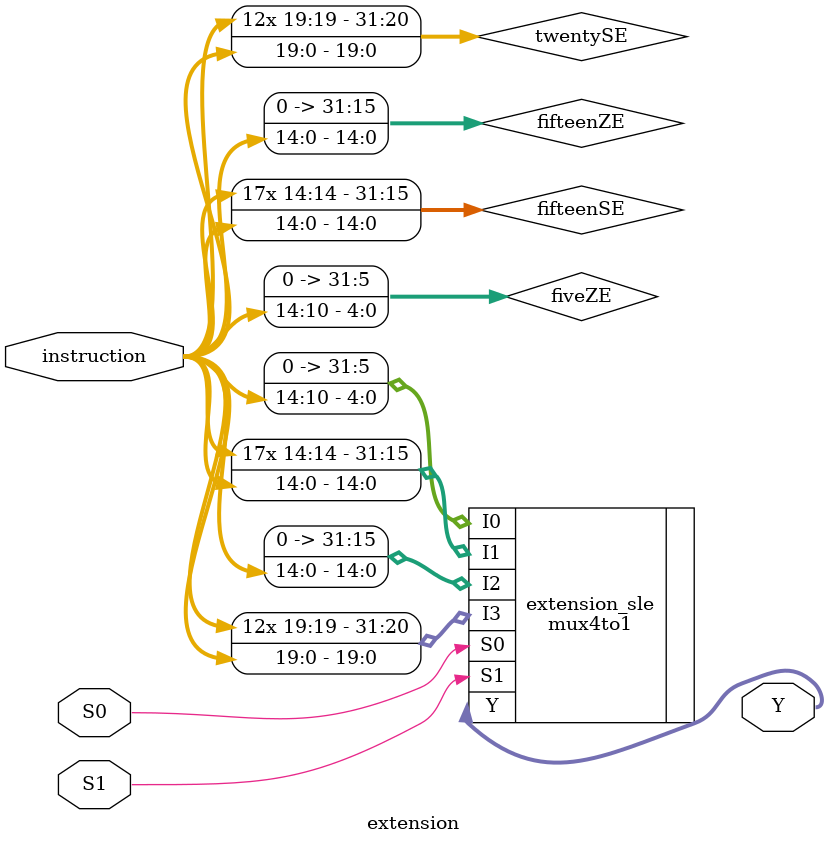
<source format=sv>
`timescale 1ns/10ps

`include "mux4to1.sv"

module extension(instruction,
                 S0,
                 S1,
                 Y);
     
    parameter DSize = 32;           
    
    input [19:0] instruction;
    input S0,S1;
    
    output logic [DSize-1:0]Y;
    
    logic [DSize-1:0]fiveZE;
    logic [DSize-1:0]fifteenSE;
    logic [DSize-1:0]fifteenZE;
    logic [DSize-1:0]twentySE; 
    
    mux4to1 extension_sle(.Y(Y), 
                          .S0(S0), .S1(S1), 
                          .I0(fiveZE), .I1(fifteenSE), .I2(fifteenZE), .I3(twentySE));
    always_comb begin
                          
        fiveZE  = {27'b0_000000_00000_00000_00000_00000,instruction[14:10]};
        fifteenSE = {{17{instruction[14]}},instruction[14:0]}; //{} !!!!!!!!
        fifteenZE = {17'b0_000000_00000_00000,instruction[14:0]};
        twentySE = {{12{instruction[19]}},instruction[19:0]};
    //assign twentySE = {{12{instruction[14]}},instruction[19:0]};
    end
           
endmodule

</source>
